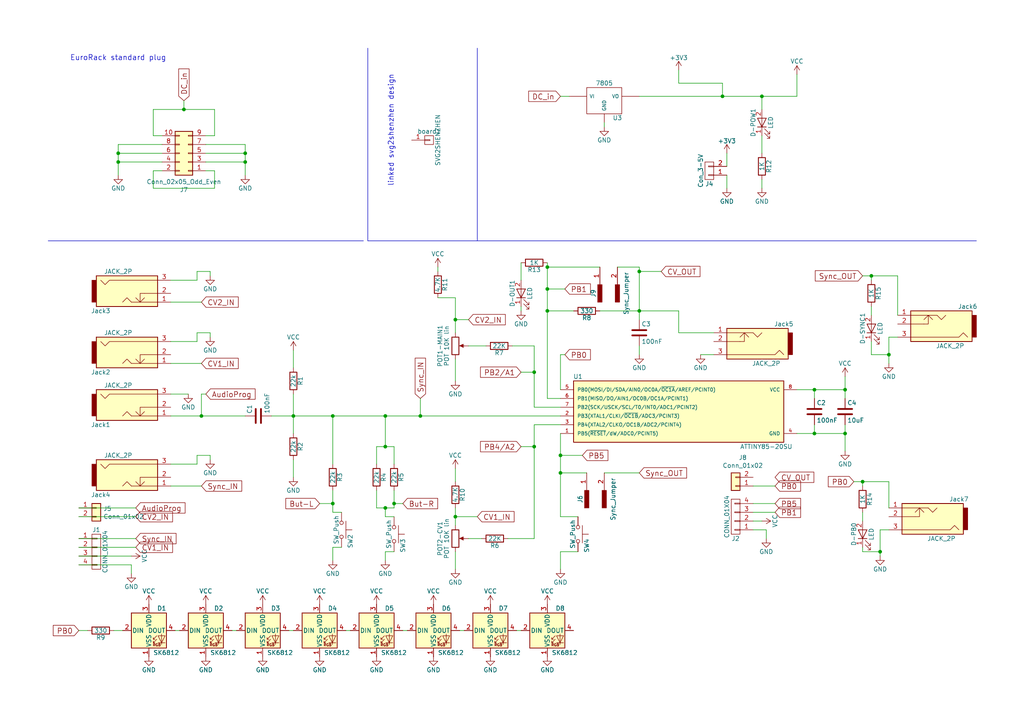
<source format=kicad_sch>
(kicad_sch (version 20230121) (generator eeschema)
  (paper "A4")
  (lib_symbols
    (symbol "8Bit_EuroRack-rescue:JACK_2P" (pin_names (offset 1.016))
      (property "Reference" "J" (at -8.89 -5.08 0))
      (property "Value" "JACK_2P" (at -3.81 6.35 0))
      (symbol "JACK_2P_0_1"
        (rectangle (start -11.43 3.81) (end -10.16 -2.54) (fill (type outline)))
        (polyline (pts (xy 3.81 0) (xy 7.62 0) (xy 7.62 0)))
        (polyline (pts (xy 0 -2.54) (xy -1.27 -1.27) (xy -2.54 -2.54) (xy -2.54 -2.54)))
        (polyline (pts (xy 0 -2.54) (xy 7.62 -2.54) (xy 7.62 -2.54) (xy 7.62 -2.54)))
        (polyline (pts (xy 1.27 -1.27) (xy 2.54 -2.54) (xy 3.81 -1.27) (xy 3.81 -1.27)))
        (polyline (pts (xy 3.81 0) (xy 2.54 0) (xy 2.54 -2.54) (xy 2.54 -2.54)))
        (polyline (pts (xy 7.62 3.81) (xy -6.35 3.81) (xy -7.62 2.54) (xy -8.89 3.81) (xy -8.89 3.81)))
        (rectangle (start 7.62 -3.81) (end -10.16 5.08) (stroke (width 0.254)) (fill (type background)))
      )
      (symbol "JACK_2P_1_1"
        (pin passive line (at 11.43 -2.54 180) (length 3.81) (name "~") (number "1"))
        (pin passive line (at 11.43 0 180) (length 3.81) (name "~") (number "2"))
        (pin passive line (at 11.43 3.81 180) (length 3.81) (name "~") (number "3"))
      )
    )
    (symbol "8Bit_eurorack_special:7805" (pin_numbers hide) (pin_names (offset 0.762))
      (property "Reference" "U" (at 3.81 -4.9784 0))
      (property "Value" "7805" (at 0 5.08 0))
      (symbol "7805_0_1"
        (rectangle (start -5.08 -3.81) (end 5.08 3.81))
      )
      (symbol "7805_1_1"
        (pin input line (at -10.16 1.27 0) (length 5.08) (name "VI") (number "1"))
        (pin input line (at 0 -6.35 90) (length 2.54) (name "GND") (number "2"))
        (pin power_out line (at 10.16 1.27 180) (length 5.08) (name "VO") (number "3"))
      )
    )
    (symbol "8Bit_eurorack_special:ATTINY85-20SU" (pin_names (offset 1.016))
      (property "Reference" "U" (at -29.21 10.16 0))
      (property "Value" "ATTINY85-20SU" (at 25.4 -10.16 0))
      (symbol "ATTINY85-20SU_0_1"
        (rectangle (start -30.48 8.89) (end 30.48 -8.89) (stroke (width 0.254)) (fill (type background)))
      )
      (symbol "ATTINY85-20SU_1_1"
        (pin bidirectional line (at -34.29 -6.35 0) (length 3.81) (name "PB5(~{RESET}/dW/ADC0/PCINT5)") (number "1"))
        (pin bidirectional line (at -34.29 -1.27 0) (length 3.81) (name "PB3(XTAL1/CLKI/~{OC1B}/ADC3/PCINT3)") (number "2"))
        (pin bidirectional line (at -34.29 -3.81 0) (length 3.81) (name "PB4(XTAL2/CLKO/OC1B/ADC2/PCINT4)") (number "3"))
        (pin power_in line (at 34.29 -6.35 180) (length 3.81) (name "GND") (number "4"))
        (pin bidirectional line (at -34.29 6.35 0) (length 3.81) (name "PB0(MOSI/DI/SDA/AIN0/OC0A/~{OC1A}/AREF/PCINT0)") (number "5"))
        (pin bidirectional line (at -34.29 3.81 0) (length 3.81) (name "PB1(MISO/DO/AIN1/OC0B/OC1A/PCINT1)") (number "6"))
        (pin bidirectional line (at -34.29 1.27 0) (length 3.81) (name "PB2(SCK/USCK/SCL/T0/INT0/ADC1/PCINT2)") (number "7"))
        (pin power_in line (at 34.29 6.35 180) (length 3.81) (name "VCC") (number "8"))
      )
    )
    (symbol "8Bit_eurorack_special:C" (pin_numbers hide) (pin_names (offset 0.254))
      (property "Reference" "C" (at 0.635 2.54 0))
      (property "Value" "C" (at 0.635 -2.54 0))
      (symbol "C_0_1"
        (polyline (pts (xy -2.032 -0.762) (xy 2.032 -0.762)) (stroke (width 0.508)))
        (polyline (pts (xy -2.032 0.762) (xy 2.032 0.762)) (stroke (width 0.508)))
      )
      (symbol "C_1_1"
        (pin passive line (at 0 3.81 270) (length 2.794) (name "~") (number "1"))
        (pin passive line (at 0 -3.81 90) (length 2.794) (name "~") (number "2"))
      )
    )
    (symbol "8Bit_eurorack_special:CONN_01X01" (pin_names (offset 1.016) hide)
      (property "Reference" "J" (at 0 2.54 0))
      (property "Value" "CONN_01X01" (at 2.54 0 90))
      (symbol "CONN_01X01_0_1"
        (rectangle (start -1.27 0.127) (end 0.254 -0.127))
        (rectangle (start -1.27 1.27) (end 1.27 -1.27))
      )
      (symbol "CONN_01X01_1_1"
        (pin passive line (at -5.08 0 0) (length 3.81) (name "P1") (number "1"))
      )
    )
    (symbol "8Bit_eurorack_special:CONN_01X02" (pin_names (offset 1.016) hide)
      (property "Reference" "J" (at 0 3.81 0))
      (property "Value" "CONN_01X02" (at 2.54 0 90))
      (symbol "CONN_01X02_0_1"
        (rectangle (start -1.27 -1.143) (end 0.254 -1.397))
        (rectangle (start -1.27 1.397) (end 0.254 1.143))
        (rectangle (start -1.27 2.54) (end 1.27 -2.54))
      )
      (symbol "CONN_01X02_1_1"
        (pin passive line (at -5.08 1.27 0) (length 3.81) (name "P1") (number "1"))
        (pin passive line (at -5.08 -1.27 0) (length 3.81) (name "P2") (number "2"))
      )
    )
    (symbol "8Bit_eurorack_special:CONN_01X02_MALE" (pin_names (offset 1.016) hide)
      (property "Reference" "J" (at 0 4.445 0))
      (property "Value" "CONN_01X02_MALE" (at 0 -5.08 0))
      (symbol "CONN_01X02_MALE_0_1"
        (rectangle (start -2.54 -1.905) (end 2.54 -3.175) (fill (type outline)))
        (rectangle (start -2.54 3.175) (end -2.54 3.175))
        (rectangle (start 2.54 3.175) (end -2.54 1.905) (fill (type outline)))
      )
      (symbol "CONN_01X02_MALE_1_1"
        (pin passive line (at 7.62 2.54 180) (length 5.08) (name "1") (number "1"))
        (pin passive line (at 7.62 -2.54 180) (length 5.08) (name "2") (number "2"))
      )
    )
    (symbol "8Bit_eurorack_special:CONN_01X04" (pin_names (offset 1.016) hide)
      (property "Reference" "J" (at 0 6.35 0))
      (property "Value" "CONN_01X04" (at 2.54 0 90))
      (symbol "CONN_01X04_0_1"
        (rectangle (start -1.27 -3.683) (end 0.254 -3.937))
        (rectangle (start -1.27 -1.143) (end 0.254 -1.397))
        (rectangle (start -1.27 1.397) (end 0.254 1.143))
        (rectangle (start -1.27 3.937) (end 0.254 3.683))
        (rectangle (start -1.27 5.08) (end 1.27 -5.08))
      )
      (symbol "CONN_01X04_1_1"
        (pin passive line (at -5.08 3.81 0) (length 3.81) (name "P1") (number "1"))
        (pin passive line (at -5.08 1.27 0) (length 3.81) (name "P2") (number "2"))
        (pin passive line (at -5.08 -1.27 0) (length 3.81) (name "P3") (number "3"))
        (pin passive line (at -5.08 -3.81 0) (length 3.81) (name "P4") (number "4"))
      )
    )
    (symbol "8Bit_eurorack_special:LED" (pin_names (offset 1.016) hide)
      (property "Reference" "D" (at 0 2.54 0))
      (property "Value" "LED" (at 0 -2.54 0))
      (symbol "LED_0_1"
        (polyline (pts (xy -1.27 -1.27) (xy -1.27 1.27)) (stroke (width 0.2032)))
        (polyline (pts (xy -1.27 0) (xy 1.27 0)))
        (polyline (pts (xy 1.27 -1.27) (xy 1.27 1.27) (xy -1.27 0) (xy 1.27 -1.27)) (stroke (width 0.2032)))
        (polyline (pts (xy -3.048 -0.762) (xy -4.572 -2.286) (xy -3.81 -2.286) (xy -4.572 -2.286) (xy -4.572 -1.524)))
        (polyline (pts (xy -1.778 -0.762) (xy -3.302 -2.286) (xy -2.54 -2.286) (xy -3.302 -2.286) (xy -3.302 -1.524)))
      )
      (symbol "LED_1_1"
        (pin passive line (at -3.81 0 0) (length 2.54) (name "K") (number "1"))
        (pin passive line (at 3.81 0 180) (length 2.54) (name "A") (number "2"))
      )
    )
    (symbol "8Bit_eurorack_special:POT" (pin_numbers hide) (pin_names (offset 1.016) hide)
      (property "Reference" "RV" (at -4.445 0 90))
      (property "Value" "POT" (at -2.54 0 90))
      (symbol "POT_0_1"
        (polyline (pts (xy 2.54 0) (xy 1.524 0)))
        (polyline (pts (xy 1.143 0) (xy 2.286 0.508) (xy 2.286 -0.508)) (fill (type outline)))
        (rectangle (start 1.016 2.54) (end -1.016 -2.54) (stroke (width 0.254)))
      )
      (symbol "POT_1_1"
        (pin passive line (at 0 3.81 270) (length 1.27) (name "1") (number "1"))
        (pin passive line (at 3.81 0 180) (length 1.27) (name "2") (number "2"))
        (pin passive line (at 0 -3.81 90) (length 1.27) (name "3") (number "3"))
      )
    )
    (symbol "8Bit_eurorack_special:R" (pin_numbers hide) (pin_names (offset 0))
      (property "Reference" "R" (at 2.032 0 90))
      (property "Value" "R" (at 0 0 90))
      (symbol "R_0_1"
        (rectangle (start -1.016 -2.54) (end 1.016 2.54) (stroke (width 0.254)))
      )
      (symbol "R_1_1"
        (pin passive line (at 0 3.81 270) (length 1.27) (name "~") (number "1"))
        (pin passive line (at 0 -3.81 90) (length 1.27) (name "~") (number "2"))
      )
    )
    (symbol "8Bit_eurorack_special:SK6812" (pin_names (offset 0.254))
      (property "Reference" "D" (at 5.08 5.715 0))
      (property "Value" "SK6812" (at 1.27 -5.715 0))
      (symbol "SK6812_0_0"
        (text "RGB" (at 2.286 -4.191 0) (effects (font (size 0.762 0.762))))
      )
      (symbol "SK6812_0_1"
        (polyline (pts (xy 1.27 -3.556) (xy 1.778 -3.556)))
        (polyline (pts (xy 1.27 -2.54) (xy 1.778 -2.54)))
        (polyline (pts (xy 4.699 -3.556) (xy 2.667 -3.556)))
        (polyline (pts (xy 2.286 -2.54) (xy 1.27 -3.556) (xy 1.27 -3.048)))
        (polyline (pts (xy 2.286 -1.524) (xy 1.27 -2.54) (xy 1.27 -2.032)))
        (polyline (pts (xy 3.683 -1.016) (xy 3.683 -3.556) (xy 3.683 -4.064)))
        (polyline (pts (xy 4.699 -1.524) (xy 2.667 -1.524) (xy 3.683 -3.556) (xy 4.699 -1.524)))
        (rectangle (start 5.08 5.08) (end -5.08 -5.08) (stroke (width 0.254)) (fill (type background)))
      )
      (symbol "SK6812_1_1"
        (pin power_in line (at 0 -7.62 90) (length 2.54) (name "VSS") (number "1"))
        (pin input line (at -7.62 0 0) (length 2.54) (name "DIN") (number "2"))
        (pin power_in line (at 0 7.62 270) (length 2.54) (name "VDD") (number "3"))
        (pin output line (at 7.62 0 180) (length 2.54) (name "DOUT") (number "4"))
      )
    )
    (symbol "8Bit_eurorack_special:SW_Push" (pin_numbers hide) (pin_names (offset 1.016) hide)
      (property "Reference" "SW" (at 1.27 2.54 0))
      (property "Value" "SW_Push" (at 0 -1.524 0))
      (symbol "SW_Push_0_1"
        (circle (center -2.032 0) (radius 0.508))
        (polyline (pts (xy 0 1.27) (xy 0 3.048)))
        (polyline (pts (xy 2.54 1.27) (xy -2.54 1.27)))
        (circle (center 2.032 0) (radius 0.508))
        (pin passive line (at -5.08 0 0) (length 2.54) (name "1") (number "1"))
        (pin passive line (at 5.08 0 180) (length 2.54) (name "2") (number "2"))
      )
    )
    (symbol "Connector_Generic:Conn_01x02" (pin_names (offset 1.016) hide)
      (property "Reference" "J" (at 0 2.54 0))
      (property "Value" "Conn_01x02" (at 0 -5.08 0))
      (symbol "Conn_01x02_1_1"
        (rectangle (start -1.27 -2.413) (end 0 -2.667) (stroke (width 0.1524)))
        (rectangle (start -1.27 0.127) (end 0 -0.127) (stroke (width 0.1524)))
        (rectangle (start -1.27 1.27) (end 1.27 -3.81) (stroke (width 0.254)) (fill (type background)))
        (pin passive line (at -5.08 0 0) (length 3.81) (name "Pin_1") (number "1"))
        (pin passive line (at -5.08 -2.54 0) (length 3.81) (name "Pin_2") (number "2"))
      )
    )
    (symbol "Connector_Generic:Conn_02x05_Odd_Even" (pin_names (offset 1.016) hide)
      (property "Reference" "J" (at 1.27 7.62 0))
      (property "Value" "Conn_02x05_Odd_Even" (at 1.27 -7.62 0))
      (symbol "Conn_02x05_Odd_Even_1_1"
        (rectangle (start -1.27 -4.953) (end 0 -5.207) (stroke (width 0.1524)))
        (rectangle (start -1.27 -2.413) (end 0 -2.667) (stroke (width 0.1524)))
        (rectangle (start -1.27 0.127) (end 0 -0.127) (stroke (width 0.1524)))
        (rectangle (start -1.27 2.667) (end 0 2.413) (stroke (width 0.1524)))
        (rectangle (start -1.27 5.207) (end 0 4.953) (stroke (width 0.1524)))
        (rectangle (start -1.27 6.35) (end 3.81 -6.35) (stroke (width 0.254)) (fill (type background)))
        (rectangle (start 3.81 -4.953) (end 2.54 -5.207) (stroke (width 0.1524)))
        (rectangle (start 3.81 -2.413) (end 2.54 -2.667) (stroke (width 0.1524)))
        (rectangle (start 3.81 0.127) (end 2.54 -0.127) (stroke (width 0.1524)))
        (rectangle (start 3.81 2.667) (end 2.54 2.413) (stroke (width 0.1524)))
        (rectangle (start 3.81 5.207) (end 2.54 4.953) (stroke (width 0.1524)))
        (pin passive line (at -5.08 5.08 0) (length 3.81) (name "Pin_1") (number "1"))
        (pin passive line (at 7.62 -5.08 180) (length 3.81) (name "Pin_10") (number "10"))
        (pin passive line (at 7.62 5.08 180) (length 3.81) (name "Pin_2") (number "2"))
        (pin passive line (at -5.08 2.54 0) (length 3.81) (name "Pin_3") (number "3"))
        (pin passive line (at 7.62 2.54 180) (length 3.81) (name "Pin_4") (number "4"))
        (pin passive line (at -5.08 0 0) (length 3.81) (name "Pin_5") (number "5"))
        (pin passive line (at 7.62 0 180) (length 3.81) (name "Pin_6") (number "6"))
        (pin passive line (at -5.08 -2.54 0) (length 3.81) (name "Pin_7") (number "7"))
        (pin passive line (at 7.62 -2.54 180) (length 3.81) (name "Pin_8") (number "8"))
        (pin passive line (at -5.08 -5.08 0) (length 3.81) (name "Pin_9") (number "9"))
      )
    )
    (symbol "power:+3V3" (power) (pin_names (offset 0))
      (property "Value" "+3V3" (at 0 3.556 0))
      (symbol "+3V3_0_1"
        (polyline (pts (xy -0.762 1.27) (xy 0 2.54)))
        (polyline (pts (xy 0 0) (xy 0 2.54)))
        (polyline (pts (xy 0 2.54) (xy 0.762 1.27)))
      )
      (symbol "+3V3_1_1"
        (pin power_in line (at 0 0 90) (length 0) hide (name "+3V3") (number "1"))
      )
    )
    (symbol "power:GND" (power) (pin_names (offset 0))
      (property "Value" "GND" (at 0 -3.81 0))
      (symbol "GND_0_1"
        (polyline (pts (xy 0 0) (xy 0 -1.27) (xy 1.27 -1.27) (xy 0 -2.54) (xy -1.27 -1.27) (xy 0 -1.27)))
      )
      (symbol "GND_1_1"
        (pin power_in line (at 0 0 270) (length 0) hide (name "GND") (number "1"))
      )
    )
    (symbol "power:VCC" (power) (pin_names (offset 0))
      (property "Value" "VCC" (at 0 3.81 0))
      (symbol "VCC_0_1"
        (polyline (pts (xy -0.762 1.27) (xy 0 2.54)))
        (polyline (pts (xy 0 0) (xy 0 2.54)))
        (polyline (pts (xy 0 2.54) (xy 0.762 1.27)))
      )
      (symbol "VCC_1_1"
        (pin power_in line (at 0 0 90) (length 0) hide (name "VCC") (number "1"))
      )
    )
  )
  (junction (at 132.08 92.71))
  (junction (at 154.94 107.95))
  (junction (at 236.22 125.73))
  (junction (at 158.75 83.82))
  (junction (at 252.73 80.01))
  (junction (at 111.76 120.65))
  (junction (at 111.76 129.54))
  (junction (at 220.98 27.94))
  (junction (at 114.3 146.05))
  (junction (at 58.42 120.65))
  (junction (at 236.22 113.03))
  (junction (at 154.94 129.54))
  (junction (at 96.52 120.65))
  (junction (at 34.29 44.45))
  (junction (at 158.75 77.47))
  (junction (at 162.56 132.08))
  (junction (at 85.09 120.65))
  (junction (at 209.55 27.94))
  (junction (at 111.76 147.32))
  (junction (at 185.42 78.74))
  (junction (at 96.52 146.05))
  (junction (at 53.34 31.75))
  (junction (at 255.27 160.02))
  (junction (at 71.12 46.99))
  (junction (at 250.19 139.7))
  (junction (at 245.11 125.73))
  (junction (at 71.12 44.45))
  (junction (at 162.56 137.16))
  (junction (at 185.42 90.17))
  (junction (at 257.81 102.87))
  (junction (at 121.92 120.65))
  (junction (at 34.29 46.99))
  (junction (at 245.11 113.03))
  (junction (at 132.08 149.86))
  (junction (at 158.75 90.17))
  (wire (pts (xy 185.42 78.74) (xy 185.42 90.17)))
  (wire (pts (xy 158.75 115.57) (xy 162.56 115.57)))
  (wire (pts (xy 135.89 100.33) (xy 140.97 100.33)))
  (wire (pts (xy 250.19 148.59) (xy 250.19 151.13)))
  (wire (pts (xy 99.06 158.75) (xy 96.52 158.75)))
  (wire (pts (xy 59.69 114.3) (xy 58.42 114.3)))
  (wire (pts (xy 220.98 27.94) (xy 231.14 27.94)))
  (wire (pts (xy 252.73 88.9) (xy 252.73 91.44)))
  (wire (pts (xy 60.96 96.52) (xy 60.96 97.79)))
  (wire (pts (xy 71.12 41.91) (xy 71.12 44.45)))
  (wire (pts (xy 236.22 113.03) (xy 245.11 113.03)))
  (wire (pts (xy 60.96 78.74) (xy 60.96 80.01)))
  (wire (pts (xy 85.09 120.65) (xy 85.09 125.73)))
  (wire (pts (xy 132.08 147.32) (xy 132.08 149.86)))
  (wire (pts (xy 101.6 182.88) (xy 100.33 182.88)))
  (wire (pts (xy 57.15 132.08) (xy 60.96 132.08)))
  (wire (pts (xy 22.86 158.75) (xy 39.37 158.75)))
  (polyline (pts (xy 105.41 69.85) (xy 13.97 69.85)))
  (wire (pts (xy 85.09 120.65) (xy 96.52 120.65)))
  (wire (pts (xy 185.42 90.17) (xy 185.42 92.71)))
  (wire (pts (xy 252.73 99.06) (xy 252.73 102.87)))
  (wire (pts (xy 114.3 147.32) (xy 114.3 146.05)))
  (wire (pts (xy 151.13 107.95) (xy 154.94 107.95)))
  (wire (pts (xy 162.56 149.86) (xy 167.64 149.86)))
  (wire (pts (xy 85.09 114.3) (xy 85.09 120.65)))
  (wire (pts (xy 154.94 123.19) (xy 162.56 123.19)))
  (wire (pts (xy 168.91 132.08) (xy 162.56 132.08)))
  (wire (pts (xy 224.79 146.05) (xy 218.44 146.05)))
  (wire (pts (xy 158.75 77.47) (xy 158.75 83.82)))
  (wire (pts (xy 231.14 113.03) (xy 236.22 113.03)))
  (wire (pts (xy 111.76 129.54) (xy 114.3 129.54)))
  (wire (pts (xy 134.62 182.88) (xy 133.35 182.88)))
  (wire (pts (xy 132.08 135.89) (xy 132.08 139.7)))
  (wire (pts (xy 53.34 31.75) (xy 53.34 29.21)))
  (wire (pts (xy 162.56 102.87) (xy 163.83 102.87)))
  (wire (pts (xy 111.76 160.02) (xy 111.76 162.56)))
  (wire (pts (xy 185.42 77.47) (xy 179.07 77.47)))
  (wire (pts (xy 57.15 78.74) (xy 57.15 81.28)))
  (wire (pts (xy 49.53 87.63) (xy 58.42 87.63)))
  (wire (pts (xy 96.52 142.24) (xy 96.52 146.05)))
  (wire (pts (xy 22.86 163.83) (xy 38.1 163.83)))
  (wire (pts (xy 173.99 77.47) (xy 158.75 77.47)))
  (wire (pts (xy 62.23 39.37) (xy 62.23 31.75)))
  (wire (pts (xy 62.23 31.75) (xy 53.34 31.75)))
  (wire (pts (xy 22.86 182.88) (xy 25.4 182.88)))
  (wire (pts (xy 185.42 78.74) (xy 191.77 78.74)))
  (wire (pts (xy 57.15 96.52) (xy 57.15 99.06)))
  (wire (pts (xy 46.99 44.45) (xy 34.29 44.45)))
  (wire (pts (xy 57.15 99.06) (xy 49.53 99.06)))
  (wire (pts (xy 196.85 96.52) (xy 207.01 96.52)))
  (wire (pts (xy 58.42 114.3) (xy 58.42 120.65)))
  (wire (pts (xy 260.35 80.01) (xy 260.35 91.44)))
  (wire (pts (xy 158.75 90.17) (xy 166.37 90.17)))
  (polyline (pts (xy 138.43 13.97) (xy 138.43 69.85)))
  (wire (pts (xy 185.42 27.94) (xy 209.55 27.94)))
  (wire (pts (xy 255.27 153.67) (xy 255.27 160.02)))
  (wire (pts (xy 49.53 120.65) (xy 58.42 120.65)))
  (wire (pts (xy 44.45 31.75) (xy 53.34 31.75)))
  (wire (pts (xy 257.81 153.67) (xy 255.27 153.67)))
  (wire (pts (xy 154.94 129.54) (xy 154.94 156.21)))
  (wire (pts (xy 68.58 182.88) (xy 67.31 182.88)))
  (wire (pts (xy 154.94 123.19) (xy 154.94 129.54)))
  (wire (pts (xy 245.11 113.03) (xy 245.11 115.57)))
  (wire (pts (xy 85.09 182.88) (xy 83.82 182.88)))
  (wire (pts (xy 151.13 76.2) (xy 151.13 81.28)))
  (wire (pts (xy 57.15 132.08) (xy 57.15 134.62)))
  (wire (pts (xy 44.45 49.53) (xy 44.45 54.61)))
  (wire (pts (xy 162.56 27.94) (xy 165.1 27.94)))
  (wire (pts (xy 22.86 161.29) (xy 38.1 161.29)))
  (wire (pts (xy 245.11 109.22) (xy 245.11 113.03)))
  (wire (pts (xy 71.12 46.99) (xy 71.12 50.8)))
  (polyline (pts (xy 106.68 69.85) (xy 283.21 69.85)))
  (wire (pts (xy 49.53 105.41) (xy 58.42 105.41)))
  (wire (pts (xy 175.26 137.16) (xy 185.42 137.16)))
  (wire (pts (xy 167.64 160.02) (xy 162.56 160.02)))
  (wire (pts (xy 96.52 120.65) (xy 111.76 120.65)))
  (wire (pts (xy 250.19 80.01) (xy 252.73 80.01)))
  (wire (pts (xy 210.82 50.8) (xy 210.82 54.61)))
  (wire (pts (xy 222.25 153.67) (xy 222.25 156.21)))
  (wire (pts (xy 71.12 44.45) (xy 71.12 46.99)))
  (wire (pts (xy 135.89 92.71) (xy 132.08 92.71)))
  (wire (pts (xy 224.79 140.97) (xy 218.44 140.97)))
  (wire (pts (xy 62.23 49.53) (xy 59.69 49.53)))
  (wire (pts (xy 162.56 132.08) (xy 162.56 137.16)))
  (wire (pts (xy 151.13 129.54) (xy 154.94 129.54)))
  (wire (pts (xy 162.56 137.16) (xy 162.56 149.86)))
  (wire (pts (xy 148.59 100.33) (xy 154.94 100.33)))
  (wire (pts (xy 218.44 153.67) (xy 222.25 153.67)))
  (wire (pts (xy 151.13 88.9) (xy 151.13 90.17)))
  (wire (pts (xy 250.19 139.7) (xy 257.81 139.7)))
  (wire (pts (xy 154.94 156.21) (xy 147.32 156.21)))
  (wire (pts (xy 34.29 46.99) (xy 34.29 50.8)))
  (wire (pts (xy 151.13 182.88) (xy 149.86 182.88)))
  (wire (pts (xy 196.85 24.13) (xy 209.55 24.13)))
  (wire (pts (xy 252.73 102.87) (xy 257.81 102.87)))
  (wire (pts (xy 96.52 134.62) (xy 96.52 120.65)))
  (wire (pts (xy 46.99 41.91) (xy 34.29 41.91)))
  (wire (pts (xy 60.96 132.08) (xy 60.96 133.35)))
  (wire (pts (xy 135.89 156.21) (xy 139.7 156.21)))
  (wire (pts (xy 162.56 125.73) (xy 162.56 132.08)))
  (wire (pts (xy 154.94 118.11) (xy 162.56 118.11)))
  (wire (pts (xy 231.14 125.73) (xy 236.22 125.73)))
  (wire (pts (xy 121.92 120.65) (xy 162.56 120.65)))
  (wire (pts (xy 58.42 120.65) (xy 71.12 120.65)))
  (wire (pts (xy 154.94 100.33) (xy 154.94 107.95)))
  (wire (pts (xy 250.19 158.75) (xy 250.19 160.02)))
  (wire (pts (xy 218.44 151.13) (xy 220.98 151.13)))
  (wire (pts (xy 111.76 147.32) (xy 114.3 147.32)))
  (wire (pts (xy 162.56 160.02) (xy 162.56 165.1)))
  (wire (pts (xy 121.92 115.57) (xy 121.92 120.65)))
  (wire (pts (xy 111.76 149.86) (xy 114.3 149.86)))
  (wire (pts (xy 57.15 81.28) (xy 49.53 81.28)))
  (wire (pts (xy 132.08 86.36) (xy 132.08 92.71)))
  (wire (pts (xy 132.08 104.14) (xy 132.08 110.49)))
  (wire (pts (xy 57.15 78.74) (xy 60.96 78.74)))
  (wire (pts (xy 220.98 52.07) (xy 220.98 54.61)))
  (wire (pts (xy 255.27 160.02) (xy 255.27 161.29)))
  (wire (pts (xy 96.52 158.75) (xy 96.52 162.56)))
  (wire (pts (xy 158.75 83.82) (xy 158.75 90.17)))
  (wire (pts (xy 224.79 148.59) (xy 218.44 148.59)))
  (wire (pts (xy 114.3 146.05) (xy 114.3 142.24)))
  (wire (pts (xy 57.15 134.62) (xy 49.53 134.62)))
  (wire (pts (xy 257.81 139.7) (xy 257.81 147.32)))
  (wire (pts (xy 209.55 27.94) (xy 220.98 27.94)))
  (wire (pts (xy 245.11 125.73) (xy 245.11 130.81)))
  (wire (pts (xy 38.1 163.83) (xy 38.1 166.37)))
  (wire (pts (xy 173.99 90.17) (xy 185.42 90.17)))
  (wire (pts (xy 138.43 149.86) (xy 132.08 149.86)))
  (wire (pts (xy 96.52 148.59) (xy 99.06 148.59)))
  (wire (pts (xy 46.99 39.37) (xy 44.45 39.37)))
  (polyline (pts (xy 106.68 13.97) (xy 106.68 69.85)))
  (wire (pts (xy 132.08 160.02) (xy 132.08 165.1)))
  (wire (pts (xy 59.69 46.99) (xy 71.12 46.99)))
  (wire (pts (xy 209.55 24.13) (xy 209.55 27.94)))
  (wire (pts (xy 59.69 41.91) (xy 71.12 41.91)))
  (wire (pts (xy 114.3 160.02) (xy 111.76 160.02)))
  (wire (pts (xy 109.22 129.54) (xy 111.76 129.54)))
  (wire (pts (xy 127 86.36) (xy 132.08 86.36)))
  (wire (pts (xy 220.98 39.37) (xy 220.98 44.45)))
  (wire (pts (xy 132.08 92.71) (xy 132.08 96.52)))
  (wire (pts (xy 59.69 44.45) (xy 71.12 44.45)))
  (wire (pts (xy 116.84 146.05) (xy 114.3 146.05)))
  (wire (pts (xy 34.29 44.45) (xy 34.29 46.99)))
  (wire (pts (xy 109.22 142.24) (xy 109.22 147.32)))
  (wire (pts (xy 158.75 76.2) (xy 158.75 77.47)))
  (wire (pts (xy 111.76 120.65) (xy 121.92 120.65)))
  (wire (pts (xy 196.85 20.32) (xy 196.85 24.13)))
  (wire (pts (xy 196.85 90.17) (xy 196.85 96.52)))
  (wire (pts (xy 257.81 97.79) (xy 257.81 102.87)))
  (wire (pts (xy 78.74 120.65) (xy 85.09 120.65)))
  (wire (pts (xy 109.22 129.54) (xy 109.22 134.62)))
  (wire (pts (xy 34.29 41.91) (xy 34.29 44.45)))
  (wire (pts (xy 220.98 27.94) (xy 220.98 31.75)))
  (wire (pts (xy 127 77.47) (xy 127 78.74)))
  (wire (pts (xy 118.11 182.88) (xy 116.84 182.88)))
  (wire (pts (xy 162.56 113.03) (xy 162.56 102.87)))
  (wire (pts (xy 39.37 149.86) (xy 22.86 149.86)))
  (wire (pts (xy 44.45 39.37) (xy 44.45 31.75)))
  (wire (pts (xy 49.53 140.97) (xy 58.42 140.97)))
  (wire (pts (xy 85.09 133.35) (xy 85.09 138.43)))
  (wire (pts (xy 92.71 146.05) (xy 96.52 146.05)))
  (wire (pts (xy 236.22 125.73) (xy 245.11 125.73)))
  (wire (pts (xy 236.22 125.73) (xy 236.22 123.19)))
  (wire (pts (xy 59.69 39.37) (xy 62.23 39.37)))
  (wire (pts (xy 236.22 113.03) (xy 236.22 115.57)))
  (wire (pts (xy 46.99 46.99) (xy 34.29 46.99)))
  (wire (pts (xy 22.86 156.21) (xy 39.37 156.21)))
  (wire (pts (xy 207.01 102.87) (xy 203.2 102.87)))
  (wire (pts (xy 162.56 137.16) (xy 170.18 137.16)))
  (wire (pts (xy 250.19 160.02) (xy 255.27 160.02)))
  (wire (pts (xy 257.81 102.87) (xy 257.81 105.41)))
  (wire (pts (xy 245.11 123.19) (xy 245.11 125.73)))
  (wire (pts (xy 252.73 80.01) (xy 260.35 80.01)))
  (wire (pts (xy 52.07 182.88) (xy 50.8 182.88)))
  (wire (pts (xy 111.76 129.54) (xy 111.76 120.65)))
  (wire (pts (xy 62.23 54.61) (xy 62.23 49.53)))
  (wire (pts (xy 85.09 101.6) (xy 85.09 106.68)))
  (wire (pts (xy 158.75 90.17) (xy 158.75 115.57)))
  (wire (pts (xy 252.73 81.28) (xy 252.73 80.01)))
  (wire (pts (xy 185.42 78.74) (xy 185.42 77.47)))
  (wire (pts (xy 57.15 96.52) (xy 60.96 96.52)))
  (wire (pts (xy 185.42 90.17) (xy 196.85 90.17)))
  (wire (pts (xy 247.65 139.7) (xy 250.19 139.7)))
  (wire (pts (xy 96.52 146.05) (xy 96.52 148.59)))
  (wire (pts (xy 260.35 97.79) (xy 257.81 97.79)))
  (wire (pts (xy 109.22 147.32) (xy 111.76 147.32)))
  (wire (pts (xy 111.76 147.32) (xy 111.76 149.86)))
  (wire (pts (xy 210.82 44.45) (xy 210.82 48.26)))
  (wire (pts (xy 49.53 114.3) (xy 54.61 114.3)))
  (wire (pts (xy 132.08 149.86) (xy 132.08 152.4)))
  (wire (pts (xy 46.99 49.53) (xy 44.45 49.53)))
  (wire (pts (xy 154.94 107.95) (xy 154.94 118.11)))
  (wire (pts (xy 114.3 129.54) (xy 114.3 134.62)))
  (wire (pts (xy 163.83 83.82) (xy 158.75 83.82)))
  (wire (pts (xy 231.14 27.94) (xy 231.14 21.59)))
  (wire (pts (xy 185.42 100.33) (xy 185.42 102.87)))
  (wire (pts (xy 44.45 54.61) (xy 62.23 54.61)))
  (wire (pts (xy 250.19 139.7) (xy 250.19 140.97)))
  (wire (pts (xy 39.37 147.32) (xy 22.86 147.32)))
  (wire (pts (xy 175.26 35.56) (xy 175.26 36.83)))
  (wire (pts (xy 33.02 182.88) (xy 35.56 182.88)))
  (text "EuroRack standard plug" (at 20.32 17.78 0) (effects (font (size 1.524 1.524)) (justify left bottom)))
  (text "linked svg2shenzhen design" (at 114.3 21.59 90) (effects (font (size 1.524 1.524)) (justify right bottom)))
  (global_label "PB4/A2" (shape input) (at 151.13 129.54 180) (effects (font (size 1.524 1.524))) (property "Intersheetrefs" "${INTERSHEET_REFS}" (effects hide)))
  (global_label "PB5" (shape input) (at 168.91 132.08 0) (effects (font (size 1.524 1.524))) (property "Intersheetrefs" "${INTERSHEET_REFS}" (effects hide)))
  (global_label "CV1_IN" (shape input) (at 138.43 149.86 0) (effects (font (size 1.524 1.524))) (property "Intersheetrefs" "${INTERSHEET_REFS}" (effects hide)))
  (global_label "Sync_IN" (shape input) (at 121.92 115.57 90) (effects (font (size 1.524 1.524))) (property "Intersheetrefs" "${INTERSHEET_REFS}" (effects hide)))
  (global_label "PB0" (shape input) (at 163.83 102.87 0) (effects (font (size 1.524 1.524))) (property "Intersheetrefs" "${INTERSHEET_REFS}" (effects hide)))
  (global_label "Sync_OUT" (shape input) (at 250.19 80.01 180) (effects (font (size 1.524 1.524))) (property "Intersheetrefs" "${INTERSHEET_REFS}" (effects hide)))
  (global_label "PB1" (shape input) (at 224.79 148.59 0) (effects (font (size 1.524 1.524))) (property "Intersheetrefs" "${INTERSHEET_REFS}" (effects hide)))
  (global_label "DC_in" (shape input) (at 162.56 27.94 180) (effects (font (size 1.524 1.524))) (property "Intersheetrefs" "${INTERSHEET_REFS}" (effects hide)))
  (global_label "CV2_IN" (shape input) (at 39.37 149.86 0) (effects (font (size 1.524 1.524))) (property "Intersheetrefs" "${INTERSHEET_REFS}" (effects hide)))
  (global_label "CV1_IN" (shape input) (at 39.37 158.75 0) (effects (font (size 1.524 1.524))) (property "Intersheetrefs" "${INTERSHEET_REFS}" (effects hide)))
  (global_label "CV_OUT" (shape input) (at 191.77 78.74 0) (effects (font (size 1.524 1.524))) (property "Intersheetrefs" "${INTERSHEET_REFS}" (effects hide)))
  (global_label "PB2/A1" (shape input) (at 151.13 107.95 180) (effects (font (size 1.524 1.524))) (property "Intersheetrefs" "${INTERSHEET_REFS}" (effects hide)))
  (global_label "PB5" (shape input) (at 224.79 146.05 0) (effects (font (size 1.524 1.524))) (property "Intersheetrefs" "${INTERSHEET_REFS}" (effects hide)))
  (global_label "PB0" (shape input) (at 247.65 139.7 180) (effects (font (size 1.524 1.524))) (property "Intersheetrefs" "${INTERSHEET_REFS}" (effects hide)))
  (global_label "AudioProg" (shape input) (at 39.37 147.32 0) (effects (font (size 1.524 1.524))) (property "Intersheetrefs" "${INTERSHEET_REFS}" (effects hide)))
  (global_label "But-R" (shape input) (at 116.84 146.05 0) (effects (font (size 1.524 1.524))) (property "Intersheetrefs" "${INTERSHEET_REFS}" (effects hide)))
  (global_label "PB1" (shape input) (at 163.83 83.82 0) (effects (font (size 1.524 1.524))) (property "Intersheetrefs" "${INTERSHEET_REFS}" (effects hide)))
  (global_label "DC_in" (shape input) (at 53.34 29.21 90) (effects (font (size 1.524 1.524))) (property "Intersheetrefs" "${INTERSHEET_REFS}" (effects hide)))
  (global_label "Sync_IN" (shape input) (at 58.42 140.97 0) (effects (font (size 1.524 1.524))) (property "Intersheetrefs" "${INTERSHEET_REFS}" (effects hide)))
  (global_label "CV2_IN" (shape input) (at 135.89 92.71 0) (effects (font (size 1.524 1.524))) (property "Intersheetrefs" "${INTERSHEET_REFS}" (effects hide)))
  (global_label "But-L" (shape input) (at 92.71 146.05 180) (effects (font (size 1.524 1.524))) (property "Intersheetrefs" "${INTERSHEET_REFS}" (effects hide)))
  (global_label "AudioProg" (shape input) (at 59.69 114.3 0) (effects (font (size 1.524 1.524))) (property "Intersheetrefs" "${INTERSHEET_REFS}" (effects hide)))
  (global_label "PB0" (shape input) (at 224.79 140.97 0) (effects (font (size 1.524 1.524))) (property "Intersheetrefs" "${INTERSHEET_REFS}" (effects hide)))
  (global_label "Sync_OUT" (shape input) (at 185.42 137.16 0) (effects (font (size 1.524 1.524))) (property "Intersheetrefs" "${INTERSHEET_REFS}" (effects hide)))
  (global_label "Sync_IN" (shape input) (at 39.37 156.21 0) (effects (font (size 1.524 1.524))) (property "Intersheetrefs" "${INTERSHEET_REFS}" (effects hide)))
  (global_label "PB0" (shape input) (at 22.86 182.88 180) (effects (font (size 1.524 1.524))) (property "Intersheetrefs" "${INTERSHEET_REFS}" (effects hide)))
  (global_label "CV1_IN" (shape input) (at 58.42 105.41 0) (effects (font (size 1.524 1.524))) (property "Intersheetrefs" "${INTERSHEET_REFS}" (effects hide)))
  (global_label "CV2_IN" (shape input) (at 58.42 87.63 0) (effects (font (size 1.524 1.524))) (property "Intersheetrefs" "${INTERSHEET_REFS}" (effects hide)))
  (global_label "CV_OUT" (shape input) (at 224.79 138.43 0) (effects (font (size 1.524 1.524))) (property "Intersheetrefs" "${INTERSHEET_REFS}" (effects hide)))
  (symbol (lib_id "8Bit_eurorack_special:POT") (at 132.08 156.21 0) (unit 1)
    (property "Reference" "POT2-CV1" (at 127.635 156.21 90))
    (property "Value" "POT 10K lin" (at 129.54 156.21 90))
    (property "Footprint" "8Bit_Eurorack:RD901F-ALPHA-3D" (effects hide))
  )
  (symbol (lib_id "8Bit_eurorack_special:POT") (at 132.08 100.33 0) (unit 1)
    (property "Reference" "POT1-MAIN1" (at 127.635 100.33 90))
    (property "Value" "POT 10K lin" (at 129.54 100.33 90))
    (property "Footprint" "8Bit_Eurorack:RD901F-ALPHA-3D" (effects hide))
  )
  (symbol (lib_id "8Bit_eurorack_special:R") (at 127 82.55 0) (unit 1)
    (property "Reference" "R11" (at 129.032 82.55 90))
    (property "Value" "4.7K" (at 127 82.55 90))
    (property "Footprint" "8Bit_Eurorack:R_1206_3d" (effects hide))
  )
  (symbol (lib_id "8Bit_eurorack_special:R") (at 132.08 143.51 0) (unit 1)
    (property "Reference" "R10" (at 134.112 143.51 90))
    (property "Value" "4.7K" (at 132.08 143.51 90))
    (property "Footprint" "8Bit_Eurorack:R_1206_3d" (effects hide))
  )
  (symbol (lib_id "8Bit_eurorack_special:C") (at 74.93 120.65 90) (unit 1)
    (property "Reference" "C1" (at 72.39 120.015 0) (effects (justify left)))
    (property "Value" "100nF" (at 77.47 120.015 0) (effects (justify left)))
    (property "Footprint" "8Bit_Eurorack:C_1206_3d" (effects hide))
  )
  (symbol (lib_id "8Bit_eurorack_special:C") (at 236.22 119.38 0) (unit 1)
    (property "Reference" "C2" (at 236.855 116.84 0) (effects (justify left)))
    (property "Value" "100nF" (at 236.855 121.92 0) (effects (justify left)))
    (property "Footprint" "8Bit_Eurorack:C_1206_3d" (effects hide))
  )
  (symbol (lib_id "8Bit_eurorack_special:C") (at 185.42 96.52 0) (unit 1)
    (property "Reference" "C3" (at 186.055 93.98 0) (effects (justify left)))
    (property "Value" "100nF" (at 186.055 99.06 0) (effects (justify left)))
    (property "Footprint" "8Bit_Eurorack:C_1206_3d" (effects hide))
  )
  (symbol (lib_id "power:GND") (at 132.08 110.49 0) (unit 1)
    (property "Reference" "#PWR01" (effects hide))
    (property "Value" "GND" (at 132.08 114.3 0))
  )
  (symbol (lib_id "power:VCC") (at 127 77.47 0) (unit 1)
    (property "Reference" "#PWR02" (effects hide))
    (property "Value" "VCC" (at 127 73.66 0))
  )
  (symbol (lib_id "power:VCC") (at 132.08 135.89 0) (unit 1)
    (property "Reference" "#PWR03" (effects hide))
    (property "Value" "VCC" (at 132.08 132.08 0))
  )
  (symbol (lib_id "8Bit_eurorack_special:R") (at 144.78 100.33 270) (unit 1)
    (property "Reference" "R7" (at 144.78 102.362 90))
    (property "Value" "22K" (at 144.78 100.33 90))
    (property "Footprint" "8Bit_Eurorack:R_1206_3d" (effects hide))
  )
  (symbol (lib_id "8Bit_eurorack_special:R") (at 143.51 156.21 270) (unit 1)
    (property "Reference" "R6" (at 143.51 158.242 90))
    (property "Value" "22K" (at 143.51 156.21 90))
    (property "Footprint" "8Bit_Eurorack:R_1206_3d" (effects hide))
  )
  (symbol (lib_id "8Bit_eurorack_special:R") (at 85.09 110.49 0) (unit 1)
    (property "Reference" "R1" (at 87.122 110.49 90))
    (property "Value" "22k" (at 85.09 110.49 90))
    (property "Footprint" "8Bit_Eurorack:R_1206_3d" (effects hide))
  )
  (symbol (lib_id "8Bit_eurorack_special:R") (at 85.09 129.54 0) (unit 1)
    (property "Reference" "R2" (at 87.122 129.54 90))
    (property "Value" "22k" (at 85.09 129.54 90))
    (property "Footprint" "8Bit_Eurorack:R_1206_3d" (effects hide))
  )
  (symbol (lib_id "power:GND") (at 85.09 138.43 0) (unit 1)
    (property "Reference" "#PWR04" (effects hide))
    (property "Value" "GND" (at 85.09 142.24 0))
  )
  (symbol (lib_id "power:VCC") (at 85.09 101.6 0) (unit 1)
    (property "Reference" "#PWR05" (effects hide))
    (property "Value" "VCC" (at 85.09 97.79 0))
  )
  (symbol (lib_id "power:GND") (at 132.08 165.1 0) (unit 1)
    (property "Reference" "#PWR06" (effects hide))
    (property "Value" "GND" (at 132.08 168.91 0))
  )
  (symbol (lib_id "8Bit_eurorack_special:R") (at 96.52 138.43 0) (unit 1)
    (property "Reference" "R3" (at 98.552 138.43 90))
    (property "Value" "22k" (at 96.52 138.43 90))
    (property "Footprint" "8Bit_Eurorack:R_1206_3d" (effects hide))
  )
  (symbol (lib_id "8Bit_eurorack_special:R") (at 109.22 138.43 0) (unit 1)
    (property "Reference" "R4" (at 111.252 138.43 90))
    (property "Value" "22k" (at 109.22 138.43 90))
    (property "Footprint" "8Bit_Eurorack:R_1206_3d" (effects hide))
  )
  (symbol (lib_id "8Bit_eurorack_special:R") (at 114.3 138.43 0) (unit 1)
    (property "Reference" "R5" (at 116.332 138.43 90))
    (property "Value" "22k" (at 114.3 138.43 90))
    (property "Footprint" "8Bit_Eurorack:R_1206_3d" (effects hide))
  )
  (symbol (lib_id "power:GND") (at 111.76 162.56 0) (unit 1)
    (property "Reference" "#PWR07" (effects hide))
    (property "Value" "GND" (at 111.76 166.37 0))
  )
  (symbol (lib_id "power:GND") (at 96.52 162.56 0) (unit 1)
    (property "Reference" "#PWR08" (effects hide))
    (property "Value" "GND" (at 96.52 166.37 0))
  )
  (symbol (lib_id "8Bit_eurorack_special:R") (at 170.18 90.17 270) (unit 1)
    (property "Reference" "R8" (at 170.18 92.202 90))
    (property "Value" "330" (at 170.18 90.17 90))
    (property "Footprint" "8Bit_Eurorack:R_1206_3d" (effects hide))
  )
  (symbol (lib_id "power:GND") (at 185.42 102.87 0) (unit 1)
    (property "Reference" "#PWR09" (effects hide))
    (property "Value" "GND" (at 185.42 106.68 0))
  )
  (symbol (lib_id "power:GND") (at 60.96 97.79 0) (unit 1)
    (property "Reference" "#PWR011" (effects hide))
    (property "Value" "GND" (at 60.96 101.6 0))
  )
  (symbol (lib_id "power:GND") (at 38.1 166.37 0) (unit 1)
    (property "Reference" "#PWR012" (effects hide))
    (property "Value" "GND" (at 38.1 170.18 0))
  )
  (symbol (lib_id "power:VCC") (at 38.1 161.29 270) (unit 1)
    (property "Reference" "#PWR013" (effects hide))
    (property "Value" "VCC" (at 41.91 161.29 0))
  )
  (symbol (lib_id "8Bit_eurorack_special:CONN_01X02_MALE") (at 172.72 144.78 90) (unit 1)
    (property "Reference" "J6" (at 168.275 144.78 0))
    (property "Value" "Sync_Jumper" (at 177.8 144.78 0))
    (property "Footprint" "8Bit_Eurorack:Sync_jumper_small" (effects hide))
  )
  (symbol (lib_id "8Bit_eurorack_special:C") (at 245.11 119.38 0) (unit 1)
    (property "Reference" "C4" (at 245.745 116.84 0) (effects (justify left)))
    (property "Value" "10uF" (at 245.745 121.92 0) (effects (justify left)))
    (property "Footprint" "8Bit_Eurorack:C_1206_3d" (effects hide))
  )
  (symbol (lib_id "power:VCC") (at 245.11 109.22 0) (unit 1)
    (property "Reference" "#PWR014" (effects hide))
    (property "Value" "VCC" (at 245.11 105.41 0))
  )
  (symbol (lib_id "power:GND") (at 245.11 130.81 0) (unit 1)
    (property "Reference" "#PWR015" (effects hide))
    (property "Value" "GND" (at 245.11 134.62 0))
  )
  (symbol (lib_id "power:GND") (at 162.56 165.1 0) (unit 1)
    (property "Reference" "#PWR016" (effects hide))
    (property "Value" "GND" (at 162.56 168.91 0))
  )
  (symbol (lib_id "8Bit_eurorack_special:ATTINY85-20SU") (at 196.85 119.38 0) (unit 1)
    (property "Reference" "U1" (at 167.64 109.22 0))
    (property "Value" "ATTINY85-20SU" (at 222.25 129.54 0))
    (property "Footprint" "8Bit_Eurorack:DIP-8_Attiny_with_Socket_3d" (effects hide))
  )
  (symbol (lib_id "8Bit_eurorack_special:SW_Push") (at 99.06 153.67 270) (unit 1)
    (property "Reference" "SW2" (at 101.6 154.94 0) (effects (justify left)))
    (property "Value" "SW_Push" (at 97.536 153.67 0))
    (property "Footprint" "8Bit_Eurorack:TACTILE-PTH_3d" (effects hide))
  )
  (symbol (lib_id "8Bit_eurorack_special:SW_Push") (at 114.3 154.94 270) (unit 1)
    (property "Reference" "SW3" (at 116.84 156.21 0) (effects (justify left)))
    (property "Value" "SW_Push" (at 112.776 154.94 0))
    (property "Footprint" "8Bit_Eurorack:TACTILE-PTH_3d" (effects hide))
  )
  (symbol (lib_id "8Bit_eurorack_special:LED") (at 151.13 85.09 90) (unit 1)
    (property "Reference" "D-OUT1" (at 148.59 85.09 0))
    (property "Value" "LED" (at 153.67 85.09 0))
    (property "Footprint" "8Bit_Eurorack:LED_PLCC_2835_Handsoldering" (effects hide))
  )
  (symbol (lib_id "8Bit_eurorack_special:R") (at 154.94 76.2 270) (unit 1)
    (property "Reference" "R13" (at 154.94 78.232 90))
    (property "Value" "1K" (at 154.94 76.2 90))
    (property "Footprint" "8Bit_Eurorack:R_1206_3d" (effects hide))
  )
  (symbol (lib_id "power:GND") (at 151.13 90.17 0) (unit 1)
    (property "Reference" "#PWR017" (effects hide))
    (property "Value" "GND" (at 151.13 93.98 0))
  )
  (symbol (lib_id "8Bit_eurorack_special:7805") (at 175.26 29.21 0) (unit 1)
    (property "Reference" "U3" (at 179.07 34.1884 0))
    (property "Value" "7805" (at 175.26 24.13 0))
    (property "Footprint" "TO_SOT_Packages_SMD:TO-252-3_TabPin2" (effects hide))
  )
  (symbol (lib_id "power:GND") (at 175.26 36.83 0) (unit 1)
    (property "Reference" "#PWR018" (effects hide))
    (property "Value" "GND" (at 175.26 40.64 0))
  )
  (symbol (lib_id "power:VCC") (at 231.14 21.59 0) (unit 1)
    (property "Reference" "#PWR019" (effects hide))
    (property "Value" "VCC" (at 231.14 17.78 0))
  )
  (symbol (lib_id "8Bit_eurorack_special:LED") (at 220.98 35.56 90) (unit 1)
    (property "Reference" "D-POW1" (at 218.44 35.56 0))
    (property "Value" "LED" (at 223.52 35.56 0))
    (property "Footprint" "8Bit_Eurorack:LED_PLCC_2835_Handsoldering" (effects hide))
  )
  (symbol (lib_id "8Bit_eurorack_special:R") (at 220.98 48.26 0) (unit 1)
    (property "Reference" "R12" (at 223.012 48.26 90))
    (property "Value" "1K" (at 220.98 48.26 90))
    (property "Footprint" "8Bit_Eurorack:R_1206_3d" (effects hide))
  )
  (symbol (lib_id "power:GND") (at 220.98 54.61 0) (unit 1)
    (property "Reference" "#PWR021" (effects hide))
    (property "Value" "GND" (at 220.98 58.42 0))
  )
  (symbol (lib_id "8Bit_eurorack_special:SW_Push") (at 167.64 154.94 270) (unit 1)
    (property "Reference" "SW4" (at 170.18 156.21 0) (effects (justify left)))
    (property "Value" "SW_Push" (at 166.116 154.94 0))
    (property "Footprint" "8Bit_Eurorack:SW_SPST_3d" (effects hide))
  )
  (symbol (lib_id "8Bit_eurorack_special:CONN_01X04") (at 213.36 149.86 180) (unit 1)
    (property "Reference" "J2" (at 213.36 156.21 0))
    (property "Value" "CONN_01X04" (at 210.82 149.86 90))
    (property "Footprint" "8Bit_Eurorack:Angled_1x04_Pitch2.54mm-3d" (effects hide))
  )
  (symbol (lib_id "power:GND") (at 222.25 156.21 0) (unit 1)
    (property "Reference" "#PWR022" (effects hide))
    (property "Value" "GND" (at 222.25 160.02 0))
  )
  (symbol (lib_id "power:VCC") (at 220.98 151.13 270) (unit 1)
    (property "Reference" "#PWR023" (effects hide))
    (property "Value" "VCC" (at 224.79 151.13 0))
  )
  (symbol (lib_id "8Bit_eurorack_special:CONN_01X02") (at 205.74 49.53 180) (unit 1)
    (property "Reference" "J4" (at 205.74 53.34 0))
    (property "Value" "Con_3-5V" (at 203.2 49.53 90))
    (property "Footprint" "8Bit_Eurorack:Bat_connector_SMD" (effects hide))
  )
  (symbol (lib_id "power:GND") (at 210.82 54.61 0) (unit 1)
    (property "Reference" "#PWR024" (effects hide))
    (property "Value" "GND" (at 210.82 58.42 0))
  )
  (symbol (lib_id "power:+3V3") (at 196.85 20.32 0) (unit 1)
    (property "Reference" "#PWR025" (effects hide))
    (property "Value" "+3V3" (at 196.85 16.764 0))
  )
  (symbol (lib_id "power:+3V3") (at 210.82 44.45 0) (unit 1)
    (property "Reference" "#PWR026" (effects hide))
    (property "Value" "+3V3" (at 210.82 40.894 0))
  )
  (symbol (lib_id "power:GND") (at 43.18 190.5 0) (unit 1)
    (property "Reference" "#PWR027" (effects hide))
    (property "Value" "GND" (at 43.18 194.31 0))
  )
  (symbol (lib_id "power:VCC") (at 43.18 175.26 0) (unit 1)
    (property "Reference" "#PWR028" (effects hide))
    (property "Value" "VCC" (at 43.18 171.45 0))
  )
  (symbol (lib_id "8Bit_eurorack_special:R") (at 29.21 182.88 270) (unit 1)
    (property "Reference" "R9" (at 29.21 184.912 90))
    (property "Value" "330" (at 29.21 182.88 90))
    (property "Footprint" "8Bit_Eurorack:R_1206_3d" (effects hide))
  )
  (symbol (lib_id "8Bit_eurorack_special:CONN_01X01") (at 124.46 40.64 0) (unit 1)
    (property "Reference" "board1" (at 124.46 38.1 0))
    (property "Value" "SVG2SHENZHEN" (at 127 40.64 90))
    (property "Footprint" "8Bit_Eurorack:8Bit_EuroRack-NEO_7hp" (effects hide))
  )
  (symbol (lib_id "8Bit_eurorack_special:CONN_01X04") (at 27.94 160.02 0) (unit 1)
    (property "Reference" "J1" (at 27.94 153.67 0))
    (property "Value" "CONN_01X04" (at 30.48 160.02 90))
    (property "Footprint" "8Bit_Eurorack:Angled_1x04_Pitch2.54mm-3d" (effects hide))
  )
  (symbol (lib_id "power:GND") (at 59.69 190.5 0) (unit 1)
    (property "Reference" "#PWR029" (effects hide))
    (property "Value" "GND" (at 59.69 194.31 0))
  )
  (symbol (lib_id "power:VCC") (at 59.69 175.26 0) (unit 1)
    (property "Reference" "#PWR030" (effects hide))
    (property "Value" "VCC" (at 59.69 171.45 0))
  )
  (symbol (lib_id "power:GND") (at 76.2 190.5 0) (unit 1)
    (property "Reference" "#PWR031" (effects hide))
    (property "Value" "GND" (at 76.2 194.31 0))
  )
  (symbol (lib_id "power:VCC") (at 76.2 175.26 0) (unit 1)
    (property "Reference" "#PWR032" (effects hide))
    (property "Value" "VCC" (at 76.2 171.45 0))
  )
  (symbol (lib_id "power:GND") (at 92.71 190.5 0) (unit 1)
    (property "Reference" "#PWR033" (effects hide))
    (property "Value" "GND" (at 92.71 194.31 0))
  )
  (symbol (lib_id "power:VCC") (at 92.71 175.26 0) (unit 1)
    (property "Reference" "#PWR034" (effects hide))
    (property "Value" "VCC" (at 92.71 171.45 0))
  )
  (symbol (lib_id "power:GND") (at 109.22 190.5 0) (unit 1)
    (property "Reference" "#PWR035" (effects hide))
    (property "Value" "GND" (at 109.22 194.31 0))
  )
  (symbol (lib_id "power:VCC") (at 109.22 175.26 0) (unit 1)
    (property "Reference" "#PWR036" (effects hide))
    (property "Value" "VCC" (at 109.22 171.45 0))
  )
  (symbol (lib_id "power:GND") (at 125.73 190.5 0) (unit 1)
    (property "Reference" "#PWR037" (effects hide))
    (property "Value" "GND" (at 125.73 194.31 0))
  )
  (symbol (lib_id "power:VCC") (at 125.73 175.26 0) (unit 1)
    (property "Reference" "#PWR038" (effects hide))
    (property "Value" "VCC" (at 125.73 171.45 0))
  )
  (symbol (lib_id "power:GND") (at 142.24 190.5 0) (unit 1)
    (property "Reference" "#PWR039" (effects hide))
    (property "Value" "GND" (at 142.24 194.31 0))
  )
  (symbol (lib_id "power:VCC") (at 142.24 175.26 0) (unit 1)
    (property "Reference" "#PWR040" (effects hide))
    (property "Value" "VCC" (at 142.24 171.45 0))
  )
  (symbol (lib_id "power:GND") (at 158.75 190.5 0) (unit 1)
    (property "Reference" "#PWR041" (effects hide))
    (property "Value" "GND" (at 158.75 194.31 0))
  )
  (symbol (lib_id "power:VCC") (at 158.75 175.26 0) (unit 1)
    (property "Reference" "#PWR042" (effects hide))
    (property "Value" "VCC" (at 158.75 171.45 0))
  )
  (symbol (lib_id "8Bit_eurorack_special:SK6812") (at 43.18 182.88 0) (unit 1)
    (property "Reference" "D1" (at 48.26 177.165 0) (effects (justify right bottom)))
    (property "Value" "SK6812" (at 44.45 188.595 0) (effects (justify left top)))
    (property "Footprint" "8Bit_Eurorack:Mixtape_NEO_WS2812B_3d" (effects hide))
  )
  (symbol (lib_id "8Bit_eurorack_special:SK6812") (at 59.69 182.88 0) (unit 1)
    (property "Reference" "D2" (at 64.77 177.165 0) (effects (justify right bottom)))
    (property "Value" "SK6812" (at 60.96 188.595 0) (effects (justify left top)))
    (property "Footprint" "8Bit_Eurorack:Mixtape_NEO_WS2812B_3d" (effects hide))
  )
  (symbol (lib_id "8Bit_eurorack_special:SK6812") (at 76.2 182.88 0) (unit 1)
    (property "Reference" "D3" (at 81.28 177.165 0) (effects (justify right bottom)))
    (property "Value" "SK6812" (at 77.47 188.595 0) (effects (justify left top)))
    (property "Footprint" "8Bit_Eurorack:Mixtape_NEO_WS2812B_3d" (effects hide))
  )
  (symbol (lib_id "8Bit_eurorack_special:SK6812") (at 92.71 182.88 0) (unit 1)
    (property "Reference" "D4" (at 97.79 177.165 0) (effects (justify right bottom)))
    (property "Value" "SK6812" (at 93.98 188.595 0) (effects (justify left top)))
    (property "Footprint" "8Bit_Eurorack:Mixtape_NEO_WS2812B_3d" (effects hide))
  )
  (symbol (lib_id "8Bit_eurorack_special:SK6812") (at 109.22 182.88 0) (unit 1)
    (property "Reference" "D5" (at 114.3 177.165 0) (effects (justify right bottom)))
    (property "Value" "SK6812" (at 110.49 188.595 0) (effects (justify left top)))
    (property "Footprint" "8Bit_Eurorack:Mixtape_NEO_WS2812B_3d" (effects hide))
  )
  (symbol (lib_id "8Bit_eurorack_special:SK6812") (at 125.73 182.88 0) (unit 1)
    (property "Reference" "D6" (at 130.81 177.165 0) (effects (justify right bottom)))
    (property "Value" "SK6812" (at 127 188.595 0) (effects (justify left top)))
    (property "Footprint" "8Bit_Eurorack:Mixtape_NEO_WS2812B_3d" (effects hide))
  )
  (symbol (lib_id "8Bit_eurorack_special:SK6812") (at 142.24 182.88 0) (unit 1)
    (property "Reference" "D7" (at 147.32 177.165 0) (effects (justify right bottom)))
    (property "Value" "SK6812" (at 143.51 188.595 0) (effects (justify left top)))
    (property "Footprint" "8Bit_Eurorack:Mixtape_NEO_WS2812B_3d" (effects hide))
  )
  (symbol (lib_id "8Bit_eurorack_special:SK6812") (at 158.75 182.88 0) (unit 1)
    (property "Reference" "D8" (at 163.83 177.165 0) (effects (justify right bottom)))
    (property "Value" "SK6812" (at 160.02 188.595 0) (effects (justify left top)))
    (property "Footprint" "8Bit_Eurorack:Mixtape_NEO_WS2812B_3d" (effects hide))
  )
  (symbol (lib_id "8Bit_EuroRack-rescue:JACK_2P") (at 271.78 93.98 180) (unit 1)
    (property "Reference" "Jack6" (at 280.67 88.9 0))
    (property "Value" "JACK_2P" (at 275.59 100.33 0))
    (property "Footprint" "8Bit_Eurorack:PJ301M-12_dusjagr_3d" (effects hide))
  )
  (symbol (lib_id "8Bit_EuroRack-rescue:JACK_2P") (at 218.44 99.06 180) (unit 1)
    (property "Reference" "Jack5" (at 227.33 93.98 0))
    (property "Value" "JACK_2P" (at 222.25 105.41 0))
    (property "Footprint" "8Bit_Eurorack:PJ301M-12_dusjagr_3d" (effects hide))
  )
  (symbol (lib_id "8Bit_EuroRack-rescue:JACK_2P") (at 38.1 102.87 0) (unit 1)
    (property "Reference" "Jack2" (at 29.21 107.95 0))
    (property "Value" "JACK_2P" (at 34.29 96.52 0))
    (property "Footprint" "8Bit_Eurorack:PJ301M-12_dusjagr_3d" (effects hide))
  )
  (symbol (lib_id "8Bit_EuroRack-rescue:JACK_2P") (at 38.1 118.11 0) (unit 1)
    (property "Reference" "Jack1" (at 29.21 123.19 0))
    (property "Value" "JACK_2P" (at 34.29 111.76 0))
    (property "Footprint" "8Bit_Eurorack:PJ301M-12_dusjagr_3d" (effects hide))
  )
  (symbol (lib_id "power:GND") (at 203.2 102.87 0) (unit 1)
    (property "Reference" "#PWR047" (effects hide))
    (property "Value" "GND" (at 203.2 106.68 0))
  )
  (symbol (lib_id "power:GND") (at 54.61 114.3 0) (unit 1)
    (property "Reference" "#PWR043" (effects hide))
    (property "Value" "GND" (at 54.61 118.11 0))
  )
  (symbol (lib_id "power:GND") (at 60.96 80.01 0) (unit 1)
    (property "Reference" "#PWR044" (effects hide))
    (property "Value" "GND" (at 60.96 83.82 0))
  )
  (symbol (lib_id "8Bit_EuroRack-rescue:JACK_2P") (at 38.1 85.09 0) (unit 1)
    (property "Reference" "Jack3" (at 29.21 90.17 0))
    (property "Value" "JACK_2P" (at 34.29 78.74 0))
    (property "Footprint" "8Bit_Eurorack:PJ301M-12_dusjagr_3d" (effects hide))
  )
  (symbol (lib_id "power:GND") (at 60.96 133.35 0) (unit 1)
    (property "Reference" "#PWR045" (effects hide))
    (property "Value" "GND" (at 60.96 137.16 0))
  )
  (symbol (lib_id "8Bit_EuroRack-rescue:JACK_2P") (at 38.1 138.43 0) (unit 1)
    (property "Reference" "Jack4" (at 29.21 143.51 0))
    (property "Value" "JACK_2P" (at 34.29 132.08 0))
    (property "Footprint" "8Bit_Eurorack:PJ301M-12_dusjagr_3d" (effects hide))
  )
  (symbol (lib_id "power:GND") (at 257.81 105.41 0) (unit 1)
    (property "Reference" "#PWR049" (effects hide))
    (property "Value" "GND" (at 257.81 109.22 0))
  )
  (symbol (lib_id "8Bit_EuroRack-rescue:JACK_2P") (at 269.24 149.86 180) (unit 1)
    (property "Reference" "Jack7" (at 278.13 144.78 0))
    (property "Value" "JACK_2P" (at 273.05 156.21 0))
    (property "Footprint" "8Bit_Eurorack:PJ301M-12_dusjagr_3d" (effects hide))
  )
  (symbol (lib_id "power:GND") (at 255.27 161.29 0) (unit 1)
    (property "Reference" "#PWR050" (effects hide))
    (property "Value" "GND" (at 255.27 165.1 0))
  )
  (symbol (lib_id "8Bit_eurorack_special:CONN_01X02_MALE") (at 176.53 85.09 90) (unit 1)
    (property "Reference" "J9" (at 172.085 85.09 0))
    (property "Value" "Sync_Jumper" (at 181.61 85.09 0))
    (property "Footprint" "8Bit_Eurorack:Sync_jumper_small" (effects hide))
  )
  (symbol (lib_id "8Bit_eurorack_special:LED") (at 250.19 154.94 90) (unit 1)
    (property "Reference" "D-PB0" (at 247.65 154.94 0))
    (property "Value" "LED" (at 252.73 154.94 0))
    (property "Footprint" "8Bit_Eurorack:LED_PLCC_2835_Handsoldering" (effects hide))
  )
  (symbol (lib_id "8Bit_eurorack_special:R") (at 250.19 144.78 0) (unit 1)
    (property "Reference" "R14" (at 252.222 144.78 90))
    (property "Value" "1K" (at 250.19 144.78 90))
    (property "Footprint" "8Bit_Eurorack:R_1206_3d" (effects hide))
  )
  (symbol (lib_id "Connector_Generic:Conn_01x02") (at 27.94 147.32 0) (unit 1)
    (property "Reference" "J5" (at 29.972 147.5232 0) (effects (justify left)))
    (property "Value" "Conn_01x02" (at 29.972 149.8346 0) (effects (justify left)))
    (property "Footprint" "Socket_Strips:Socket_Strip_Angled_1x02_Pitch2.54mm" (effects hide))
  )
  (symbol (lib_id "Connector_Generic:Conn_01x02") (at 213.36 140.97 180) (unit 1)
    (property "Reference" "J8" (at 215.4428 132.715 0))
    (property "Value" "Conn_01x02" (at 215.4428 135.0264 0))
    (property "Footprint" "Pin_Headers:Pin_Header_Angled_1x02_Pitch2.54mm" (effects hide))
  )
  (symbol (lib_id "8Bit_eurorack_special:R") (at 252.73 85.09 0) (unit 1)
    (property "Reference" "R15" (at 254.762 85.09 90))
    (property "Value" "1K" (at 252.73 85.09 90))
    (property "Footprint" "8Bit_Eurorack:R_1206_3d" (effects hide))
  )
  (symbol (lib_id "8Bit_eurorack_special:LED") (at 252.73 95.25 90) (unit 1)
    (property "Reference" "D-SYNC1" (at 250.19 95.25 0))
    (property "Value" "LED" (at 255.27 95.25 0))
    (property "Footprint" "8Bit_Eurorack:LED_PLCC_2835_Handsoldering" (effects hide))
  )
  (symbol (lib_id "Connector_Generic:Conn_02x05_Odd_Even") (at 54.61 44.45 180) (unit 1)
    (property "Reference" "J7" (at 53.34 55.0418 0))
    (property "Value" "Conn_02x05_Odd_Even" (at 53.34 52.7304 0))
    (property "Footprint" "8Bit_Eurorack:Pin_Header_Angled_2x05_Pitch2.54mm_with_space_for_con" (effects hide))
  )
  (symbol (lib_id "power:GND") (at 34.29 50.8 0) (unit 1)
    (property "Reference" "#PWR0101" (effects hide))
    (property "Value" "GND" (at 34.29 54.61 0))
  )
  (symbol (lib_id "power:GND") (at 71.12 50.8 0) (unit 1)
    (property "Reference" "#PWR0102" (effects hide))
    (property "Value" "GND" (at 71.12 54.61 0))
  )
)
</source>
